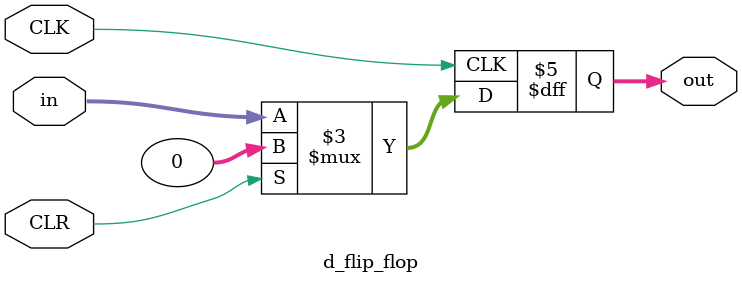
<source format=v>
module d_flip_flop (out, CLK, CLR, in);
    output reg [31:0] out;
    input             CLK, CLR;
    input      [31:0] in;

    always @(posedge CLK)
        begin
            if (CLR)
                out <= 32'b00;
            else
                out <= in;
        end

endmodule // d_flip_flop

</source>
